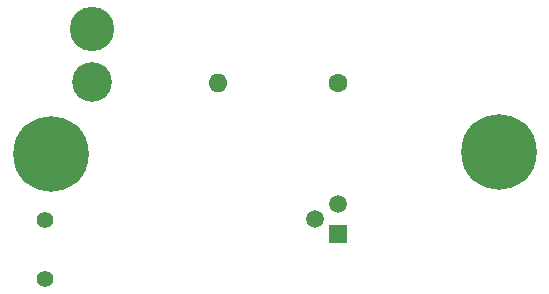
<source format=gbr>
%TF.GenerationSoftware,KiCad,Pcbnew,7.0.9*%
%TF.CreationDate,2023-11-16T15:57:50+00:00*%
%TF.ProjectId,zx_spectrum_composite_mod,7a785f73-7065-4637-9472-756d5f636f6d,0*%
%TF.SameCoordinates,Original*%
%TF.FileFunction,Soldermask,Bot*%
%TF.FilePolarity,Negative*%
%FSLAX46Y46*%
G04 Gerber Fmt 4.6, Leading zero omitted, Abs format (unit mm)*
G04 Created by KiCad (PCBNEW 7.0.9) date 2023-11-16 15:57:50*
%MOMM*%
%LPD*%
G01*
G04 APERTURE LIST*
%ADD10C,1.600000*%
%ADD11O,1.600000X1.600000*%
%ADD12C,6.400000*%
%ADD13R,1.515000X1.515000*%
%ADD14C,1.515000*%
%ADD15C,1.400000*%
%ADD16C,3.765000*%
%ADD17C,3.360000*%
G04 APERTURE END LIST*
D10*
%TO.C,R1*%
X86880000Y-44400000D03*
D11*
X76720000Y-44400000D03*
%TD*%
D12*
%TO.C,H2*%
X100450000Y-50310000D03*
%TD*%
%TO.C,H1*%
X62540000Y-50460000D03*
%TD*%
D13*
%TO.C,Q1*%
X86890000Y-57250000D03*
D14*
X84890000Y-55980000D03*
X86890000Y-54710000D03*
%TD*%
D15*
%TO.C,TP2*%
X62000000Y-61000000D03*
%TD*%
D16*
%TO.C,J1*%
X66015000Y-39850000D03*
D17*
X66015000Y-44350000D03*
%TD*%
D15*
%TO.C,TP1*%
X62000000Y-56000000D03*
%TD*%
M02*

</source>
